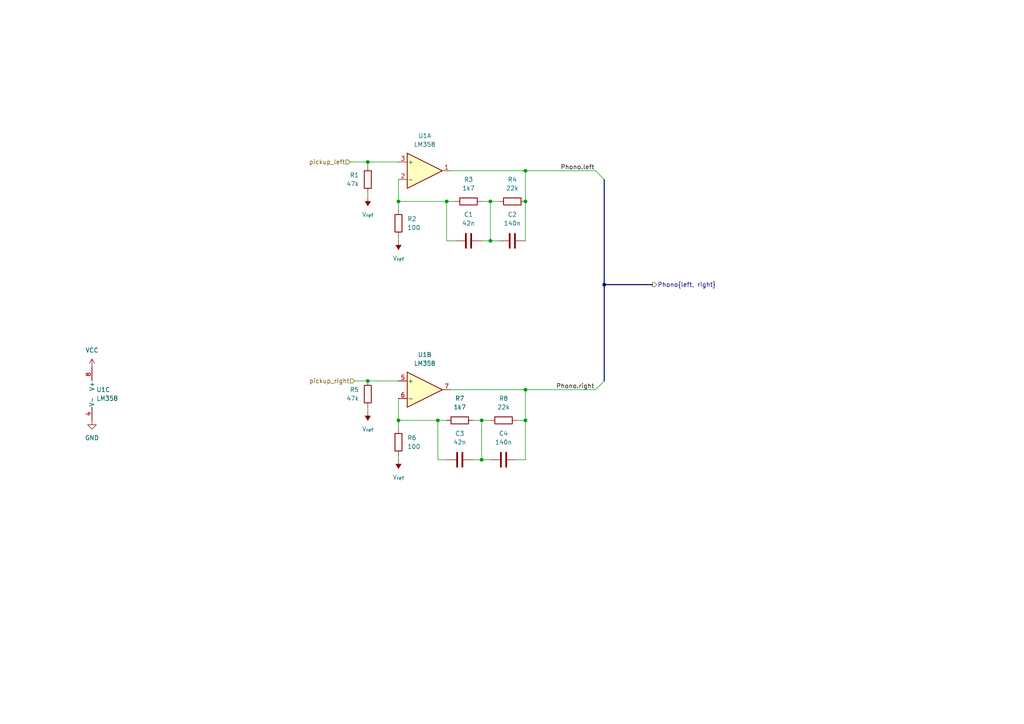
<source format=kicad_sch>
(kicad_sch (version 20250114) (generator "eeschema") (generator_version "9.0")
  (paper "A4")
  (title_block (title "AB-BTL power amplifier demo") (company "AAU-satlab") (comment 1 "Malthe Sennels"))
  (lib_symbols
    (symbol "Amplifier_Operational:LM358" (pin_names (offset 0.127))
      (property "Reference" "U" (at 0 5.08 0))
      (property "Value" "LM358" (at 0 -5.08 0))
      (symbol "LM358_1_1"
        (polyline (pts (xy -5.08 5.08) (xy 5.08 0) (xy -5.08 -5.08) (xy -5.08 5.08)) (stroke (width 0.254)) (fill (type background)))
        (pin input line (at -7.62 2.54 0) (length 2.54) (name "+") (number "3"))
        (pin input line (at -7.62 -2.54 0) (length 2.54) (name "-") (number "2"))
        (pin output line (at 7.62 0 180) (length 2.54) (name "~") (number "1"))
      )
      (symbol "LM358_2_1"
        (polyline (pts (xy -5.08 5.08) (xy 5.08 0) (xy -5.08 -5.08) (xy -5.08 5.08)) (stroke (width 0.254)) (fill (type background)))
        (pin input line (at -7.62 2.54 0) (length 2.54) (name "+") (number "5"))
        (pin input line (at -7.62 -2.54 0) (length 2.54) (name "-") (number "6"))
        (pin output line (at 7.62 0 180) (length 2.54) (name "~") (number "7"))
      )
      (symbol "LM358_3_1"
        (pin power_in line (at -2.54 7.62 270) (length 3.81) (name "V+") (number "8"))
        (pin power_in line (at -2.54 -7.62 90) (length 3.81) (name "V-") (number "4"))
      )
    )
    (symbol "Device:C" (pin_numbers (hide yes)) (pin_names (offset 0.254))
      (property "Reference" "C" (at 0.635 2.54 0))
      (property "Value" "C" (at 0.635 -2.54 0))
      (symbol "C_0_1"
        (polyline (pts (xy -2.032 0.762) (xy 2.032 0.762)) (stroke (width 0.508)))
        (polyline (pts (xy -2.032 -0.762) (xy 2.032 -0.762)) (stroke (width 0.508)))
      )
      (symbol "C_1_1"
        (pin passive line (at 0 3.81 270) (length 2.794) (name "~") (number "1"))
        (pin passive line (at 0 -3.81 90) (length 2.794) (name "~") (number "2"))
      )
    )
    (symbol "Device:R" (pin_numbers (hide yes)) (pin_names (offset 0))
      (property "Reference" "R" (at 2.032 0 90))
      (property "Value" "R" (at 0 0 90))
      (symbol "R_0_1"
        (rectangle (start -1.016 -2.54) (end 1.016 2.54) (stroke (width 0.254)))
      )
      (symbol "R_1_1"
        (pin passive line (at 0 3.81 270) (length 1.27) (name "~") (number "1"))
        (pin passive line (at 0 -3.81 90) (length 1.27) (name "~") (number "2"))
      )
    )
    (symbol "power:GND" (power) (pin_numbers (hide yes)) (pin_names (offset 0) (hide yes))
      (property "Value" "GND" (at 0 -3.81 0))
      (symbol "GND_0_1"
        (polyline (pts (xy 0 0) (xy 0 -1.27) (xy 1.27 -1.27) (xy 0 -2.54) (xy -1.27 -1.27) (xy 0 -1.27)))
      )
      (symbol "GND_1_1"
        (pin power_in line (at 0 0 270) (length 0) (name "~") (number "1"))
      )
    )
    (symbol "power:VCC" (power) (pin_numbers (hide yes)) (pin_names (offset 0) (hide yes))
      (property "Value" "VCC" (at 0 3.556 0))
      (symbol "VCC_0_1"
        (polyline (pts (xy -0.762 1.27) (xy 0 2.54)))
        (polyline (pts (xy 0 2.54) (xy 0.762 1.27)))
        (polyline (pts (xy 0 0) (xy 0 2.54)))
      )
      (symbol "VCC_1_1"
        (pin power_in line (at 0 0 90) (length 0) (name "~") (number "1"))
      )
    )
    (symbol "power:VS" (power) (pin_numbers (hide yes)) (pin_names (offset 0) (hide yes))
      (property "Value" "VS" (at 0 3.556 0))
      (symbol "VS_0_1"
        (polyline (pts (xy 0 0) (xy 0 2.54)))
        (polyline (pts (xy 0.762 1.27) (xy -0.762 1.27) (xy 0 2.54) (xy 0.762 1.27)) (fill (type outline)))
      )
      (symbol "VS_1_1"
        (pin power_in line (at 0 0 90) (length 0) (name "~") (number "1"))
      )
    )
  )
  (junction (at 152.4 58.42))
  (junction (at 152.4 49.53))
  (junction (at 175.26 82.55))
  (junction (at 142.24 58.42))
  (junction (at 152.4 121.92))
  (junction (at 142.24 69.85))
  (junction (at 139.7 133.35))
  (junction (at 139.7 121.92))
  (junction (at 127 121.92))
  (junction (at 115.57 58.42))
  (junction (at 106.68 46.99))
  (junction (at 106.68 110.49))
  (junction (at 115.57 121.92))
  (junction (at 129.54 58.42))
  (junction (at 152.4 113.03))
  (bus_entry (at 175.26 110.49) (size -2.54 2.54))
  (bus_entry (at 175.26 52.07) (size -2.54 -2.54))
  (wire (pts (xy 137.16 121.92) (xy 139.7 121.92)))
  (wire (pts (xy 152.4 69.85) (xy 152.4 58.42)))
  (wire (pts (xy 102.87 110.49) (xy 106.68 110.49)))
  (wire (pts (xy 152.4 121.92) (xy 152.4 113.03)))
  (wire (pts (xy 139.7 133.35) (xy 142.24 133.35)))
  (wire (pts (xy 152.4 133.35) (xy 149.86 133.35)))
  (wire (pts (xy 127 121.92) (xy 127 133.35)))
  (wire (pts (xy 142.24 58.42) (xy 144.78 58.42)))
  (wire (pts (xy 101.6 46.99) (xy 106.68 46.99)))
  (wire (pts (xy 129.54 58.42) (xy 115.57 58.42)))
  (wire (pts (xy 106.68 46.99) (xy 115.57 46.99)))
  (wire (pts (xy 132.08 58.42) (xy 129.54 58.42)))
  (wire (pts (xy 129.54 121.92) (xy 127 121.92)))
  (wire (pts (xy 115.57 133.35) (xy 115.57 132.08)))
  (wire (pts (xy 130.81 113.03) (xy 152.4 113.03)))
  (wire (pts (xy 115.57 58.42) (xy 115.57 60.96)))
  (wire (pts (xy 115.57 69.85) (xy 115.57 68.58)))
  (wire (pts (xy 115.57 58.42) (xy 115.57 52.07)))
  (bus (pts (xy 175.26 82.55) (xy 175.26 110.49)))
  (wire (pts (xy 130.81 49.53) (xy 152.4 49.53)))
  (wire (pts (xy 152.4 49.53) (xy 172.72 49.53)))
  (bus (pts (xy 175.26 82.55) (xy 175.26 52.07)))
  (wire (pts (xy 106.68 118.11) (xy 106.68 119.38)))
  (wire (pts (xy 139.7 69.85) (xy 142.24 69.85)))
  (wire (pts (xy 129.54 69.85) (xy 132.08 69.85)))
  (wire (pts (xy 115.57 121.92) (xy 127 121.92)))
  (wire (pts (xy 149.86 121.92) (xy 152.4 121.92)))
  (wire (pts (xy 142.24 69.85) (xy 144.78 69.85)))
  (wire (pts (xy 139.7 58.42) (xy 142.24 58.42)))
  (wire (pts (xy 152.4 58.42) (xy 152.4 49.53)))
  (bus (pts (xy 189.23 82.55) (xy 175.26 82.55)))
  (wire (pts (xy 152.4 133.35) (xy 152.4 121.92)))
  (wire (pts (xy 106.68 110.49) (xy 115.57 110.49)))
  (wire (pts (xy 129.54 58.42) (xy 129.54 69.85)))
  (wire (pts (xy 127 133.35) (xy 129.54 133.35)))
  (wire (pts (xy 137.16 133.35) (xy 139.7 133.35)))
  (wire (pts (xy 106.68 46.99) (xy 106.68 48.26)))
  (wire (pts (xy 139.7 121.92) (xy 142.24 121.92)))
  (wire (pts (xy 142.24 58.42) (xy 142.24 69.85)))
  (wire (pts (xy 115.57 121.92) (xy 115.57 124.46)))
  (wire (pts (xy 106.68 55.88) (xy 106.68 57.15)))
  (wire (pts (xy 115.57 121.92) (xy 115.57 115.57)))
  (wire (pts (xy 152.4 113.03) (xy 172.72 113.03)))
  (wire (pts (xy 139.7 121.92) (xy 139.7 133.35)))
  (label "Phono.right" (at 161.29 113.03 0))
  (label "Phono.left" (at 162.56 49.53 0))
  (hierarchical_label "Phono{left, right}" (shape output) (at 189.23 82.55 0))
  (hierarchical_label "pickup_left" (shape input) (at 101.6 46.99 180))
  (hierarchical_label "pickup_right" (shape input) (at 102.87 110.49 180))
  (symbol (lib_id "power:VCC") (at 26.67 106.68 0) (unit 1)
    (property "Reference" "#PWR013" (effects (hide yes)))
    (property "Value" "VCC" (at 26.67 101.6 0))
    (property "Description" "Power symbol creates a global label with name \"VCC\"" (effects (hide yes)))
  )
  (symbol (lib_id "Device:C") (at 146.05 133.35 90) (unit 1)
    (property "Reference" "C4" (at 146.05 125.73 90))
    (property "Value" "140n" (at 146.05 128.27 90))
    (property "Footprint" "Capacitor_SMD:C_0603_1608Metric_Pad1.08x0.95mm_HandSolder" (effects (hide yes)))
    (property "Description" "Unpolarized capacitor" (effects (hide yes)))
  )
  (symbol (lib_id "Amplifier_Operational:LM358") (at 29.21 114.3 0) (unit 3)
    (property "Reference" "U1" (at 27.94 113.0299 0) (effects (justify left)))
    (property "Value" "LM358" (at 27.94 115.5699 0) (effects (justify left)))
    (property "Footprint" "Package_DIP:DIP-8_W7.62mm_Socket" (effects (hide yes)))
    (property "Datasheet" "http://www.ti.com/lit/ds/symlink/lm2904-n.pdf" (effects (hide yes)))
    (property "Description" "Low-Power, Dual Operational Amplifiers, DIP-8/SOIC-8/TO-99-8" (effects (hide yes)))
  )
  (symbol (lib_id "Amplifier_Operational:LM358") (at 123.19 49.53 0) (unit 1)
    (property "Reference" "U1" (at 123.19 39.37 0))
    (property "Value" "LM358" (at 123.19 41.91 0))
    (property "Footprint" "Package_DIP:DIP-8_W7.62mm_Socket" (effects (hide yes)))
    (property "Datasheet" "http://www.ti.com/lit/ds/symlink/lm2904-n.pdf" (effects (hide yes)))
    (property "Description" "Low-Power, Dual Operational Amplifiers, DIP-8/SOIC-8/TO-99-8" (effects (hide yes)))
  )
  (symbol (lib_id "Device:C") (at 133.35 133.35 90) (unit 1)
    (property "Reference" "C3" (at 133.35 125.73 90))
    (property "Value" "42n" (at 133.35 128.27 90))
    (property "Footprint" "Capacitor_SMD:C_0603_1608Metric_Pad1.08x0.95mm_HandSolder" (effects (hide yes)))
    (property "Description" "Unpolarized capacitor" (effects (hide yes)))
  )
  (symbol (lib_id "power:VS") (at 106.68 119.38 180) (unit 1)
    (property "Reference" "#PWR07" (effects (hide yes)))
    (property "Value" "V_{ref}" (at 106.68 124.46 0))
    (property "Description" "Power symbol creates a global label with name \"VS\"" (effects (hide yes)))
  )
  (symbol (lib_id "Device:R") (at 115.57 128.27 0) (unit 1)
    (property "Reference" "R6" (at 118.11 126.9999 0) (effects (justify left)))
    (property "Value" "100" (at 118.11 129.5399 0) (effects (justify left)))
    (property "Footprint" "Resistor_SMD:R_0603_1608Metric_Pad0.98x0.95mm_HandSolder" (effects (hide yes)))
    (property "Description" "Resistor" (effects (hide yes)))
  )
  (symbol (lib_id "power:VS") (at 106.68 57.15 180) (unit 1)
    (property "Reference" "#PWR05" (effects (hide yes)))
    (property "Value" "V_{ref}" (at 106.68 62.23 0))
    (property "Description" "Power symbol creates a global label with name \"VS\"" (effects (hide yes)))
  )
  (symbol (lib_id "Device:R") (at 148.59 58.42 90) (unit 1)
    (property "Reference" "R4" (at 148.59 52.07 90))
    (property "Value" "22k" (at 148.59 54.61 90))
    (property "Footprint" "Resistor_SMD:R_0603_1608Metric_Pad0.98x0.95mm_HandSolder" (effects (hide yes)))
    (property "Description" "Resistor" (effects (hide yes)))
  )
  (symbol (lib_id "Device:R") (at 135.89 58.42 90) (unit 1)
    (property "Reference" "R3" (at 135.89 52.07 90))
    (property "Value" "1k7" (at 135.89 54.61 90))
    (property "Footprint" "Resistor_SMD:R_0603_1608Metric_Pad0.98x0.95mm_HandSolder" (effects (hide yes)))
    (property "Description" "Resistor" (effects (hide yes)))
  )
  (symbol (lib_id "power:VS") (at 115.57 69.85 180) (unit 1)
    (property "Reference" "#PWR06" (effects (hide yes)))
    (property "Value" "V_{ref}" (at 115.57 74.93 0))
    (property "Description" "Power symbol creates a global label with name \"VS\"" (effects (hide yes)))
  )
  (symbol (lib_id "Device:C") (at 135.89 69.85 90) (unit 1)
    (property "Reference" "C1" (at 135.89 62.23 90))
    (property "Value" "42n" (at 135.89 64.77 90))
    (property "Footprint" "Capacitor_SMD:C_0603_1608Metric_Pad1.08x0.95mm_HandSolder" (effects (hide yes)))
    (property "Description" "Unpolarized capacitor" (effects (hide yes)))
  )
  (symbol (lib_id "Device:R") (at 106.68 114.3 0) (mirror y) (unit 1)
    (property "Reference" "R5" (at 104.14 113.0299 0) (effects (justify left)))
    (property "Value" "47k" (at 104.14 115.5699 0) (effects (justify left)))
    (property "Footprint" "Resistor_SMD:R_0603_1608Metric_Pad0.98x0.95mm_HandSolder" (effects (hide yes)))
    (property "Description" "Resistor" (effects (hide yes)))
  )
  (symbol (lib_id "Device:R") (at 133.35 121.92 90) (unit 1)
    (property "Reference" "R7" (at 133.35 115.57 90))
    (property "Value" "1k7" (at 133.35 118.11 90))
    (property "Footprint" "Resistor_SMD:R_0603_1608Metric_Pad0.98x0.95mm_HandSolder" (effects (hide yes)))
    (property "Description" "Resistor" (effects (hide yes)))
  )
  (symbol (lib_id "Device:R") (at 106.68 52.07 0) (mirror y) (unit 1)
    (property "Reference" "R1" (at 104.14 50.7999 0) (effects (justify left)))
    (property "Value" "47k" (at 104.14 53.3399 0) (effects (justify left)))
    (property "Footprint" "Resistor_SMD:R_0603_1608Metric_Pad0.98x0.95mm_HandSolder" (effects (hide yes)))
    (property "Description" "Resistor" (effects (hide yes)))
  )
  (symbol (lib_id "Device:C") (at 148.59 69.85 90) (unit 1)
    (property "Reference" "C2" (at 148.59 62.23 90))
    (property "Value" "140n" (at 148.59 64.77 90))
    (property "Footprint" "Capacitor_SMD:C_0603_1608Metric_Pad1.08x0.95mm_HandSolder" (effects (hide yes)))
    (property "Description" "Unpolarized capacitor" (effects (hide yes)))
  )
  (symbol (lib_id "power:VS") (at 115.57 133.35 180) (unit 1)
    (property "Reference" "#PWR08" (effects (hide yes)))
    (property "Value" "V_{ref}" (at 115.57 138.43 0))
    (property "Description" "Power symbol creates a global label with name \"VS\"" (effects (hide yes)))
  )
  (symbol (lib_id "Device:R") (at 146.05 121.92 90) (unit 1)
    (property "Reference" "R8" (at 146.05 115.57 90))
    (property "Value" "22k" (at 146.05 118.11 90))
    (property "Footprint" "Resistor_SMD:R_0603_1608Metric_Pad0.98x0.95mm_HandSolder" (effects (hide yes)))
    (property "Description" "Resistor" (effects (hide yes)))
  )
  (symbol (lib_id "power:GND") (at 26.67 121.92 0) (unit 1)
    (property "Reference" "#PWR01" (effects (hide yes)))
    (property "Value" "GND" (at 26.67 127 0))
    (property "Description" "Power symbol creates a global label with name \"GND\" , ground" (effects (hide yes)))
  )
  (symbol (lib_id "Amplifier_Operational:LM358") (at 123.19 113.03 0) (unit 2)
    (property "Reference" "U1" (at 123.19 102.87 0))
    (property "Value" "LM358" (at 123.19 105.41 0))
    (property "Footprint" "Package_DIP:DIP-8_W7.62mm_Socket" (effects (hide yes)))
    (property "Datasheet" "http://www.ti.com/lit/ds/symlink/lm2904-n.pdf" (effects (hide yes)))
    (property "Description" "Low-Power, Dual Operational Amplifiers, DIP-8/SOIC-8/TO-99-8" (effects (hide yes)))
  )
  (symbol (lib_id "Device:R") (at 115.57 64.77 0) (unit 1)
    (property "Reference" "R2" (at 118.11 63.4999 0) (effects (justify left)))
    (property "Value" "100" (at 118.11 66.0399 0) (effects (justify left)))
    (property "Footprint" "Resistor_SMD:R_0603_1608Metric_Pad0.98x0.95mm_HandSolder" (effects (hide yes)))
    (property "Description" "Resistor" (effects (hide yes)))
  )
)
</source>
